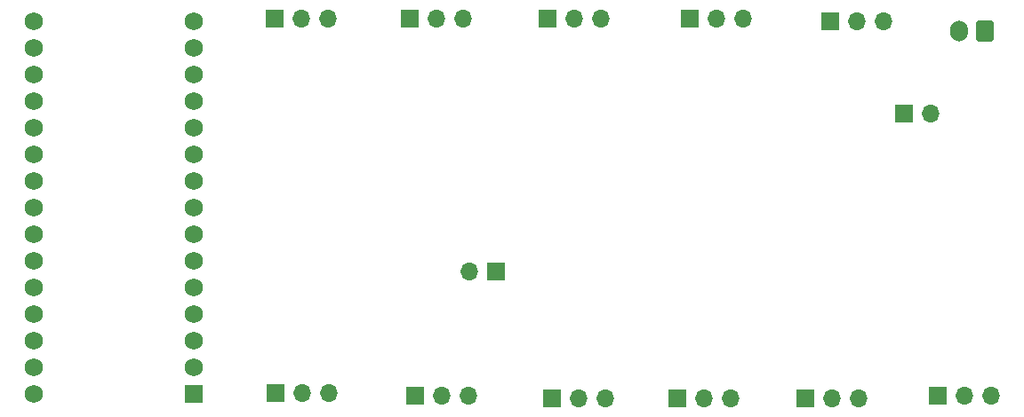
<source format=gbr>
%TF.GenerationSoftware,KiCad,Pcbnew,8.0.7*%
%TF.CreationDate,2024-12-28T13:40:39+03:00*%
%TF.ProjectId,FiveSwitch,46697665-5377-4697-9463-682e6b696361,rev?*%
%TF.SameCoordinates,Original*%
%TF.FileFunction,Soldermask,Bot*%
%TF.FilePolarity,Negative*%
%FSLAX46Y46*%
G04 Gerber Fmt 4.6, Leading zero omitted, Abs format (unit mm)*
G04 Created by KiCad (PCBNEW 8.0.7) date 2024-12-28 13:40:39*
%MOMM*%
%LPD*%
G01*
G04 APERTURE LIST*
G04 Aperture macros list*
%AMRoundRect*
0 Rectangle with rounded corners*
0 $1 Rounding radius*
0 $2 $3 $4 $5 $6 $7 $8 $9 X,Y pos of 4 corners*
0 Add a 4 corners polygon primitive as box body*
4,1,4,$2,$3,$4,$5,$6,$7,$8,$9,$2,$3,0*
0 Add four circle primitives for the rounded corners*
1,1,$1+$1,$2,$3*
1,1,$1+$1,$4,$5*
1,1,$1+$1,$6,$7*
1,1,$1+$1,$8,$9*
0 Add four rect primitives between the rounded corners*
20,1,$1+$1,$2,$3,$4,$5,0*
20,1,$1+$1,$4,$5,$6,$7,0*
20,1,$1+$1,$6,$7,$8,$9,0*
20,1,$1+$1,$8,$9,$2,$3,0*%
G04 Aperture macros list end*
%ADD10R,1.700000X1.700000*%
%ADD11O,1.700000X1.700000*%
%ADD12RoundRect,0.250000X0.600000X0.750000X-0.600000X0.750000X-0.600000X-0.750000X0.600000X-0.750000X0*%
%ADD13O,1.700000X2.000000*%
%ADD14RoundRect,0.102000X0.762000X-0.762000X0.762000X0.762000X-0.762000X0.762000X-0.762000X-0.762000X0*%
%ADD15C,1.728000*%
G04 APERTURE END LIST*
D10*
%TO.C,J11*%
X152210000Y-55725000D03*
D11*
X154750000Y-55725000D03*
X157290000Y-55725000D03*
%TD*%
D10*
%TO.C,J7*%
X164560702Y-91935837D03*
D11*
X167100702Y-91935837D03*
X169640702Y-91935837D03*
%TD*%
D10*
%TO.C,J2*%
X139560702Y-91685837D03*
D11*
X142100702Y-91685837D03*
X144640702Y-91685837D03*
%TD*%
D10*
%TO.C,J10*%
X139120000Y-55725000D03*
D11*
X141660000Y-55725000D03*
X144200000Y-55725000D03*
%TD*%
D10*
%TO.C,J5*%
X186210000Y-64750000D03*
D11*
X188750000Y-64750000D03*
%TD*%
D12*
%TO.C,J4*%
X193887123Y-56883099D03*
D13*
X191387123Y-56883099D03*
%TD*%
D10*
%TO.C,J8*%
X176810702Y-91935837D03*
D11*
X179350702Y-91935837D03*
X181890702Y-91935837D03*
%TD*%
D14*
%TO.C,TB1*%
X118490000Y-91530000D03*
D15*
X118490000Y-88990000D03*
X118490000Y-86450000D03*
X118490000Y-83910000D03*
X118490000Y-81370000D03*
X118490000Y-78830000D03*
X118490000Y-76290000D03*
X118490000Y-73750000D03*
X118490000Y-71210000D03*
X118490000Y-68670000D03*
X118490000Y-66130000D03*
X118490000Y-63590000D03*
X118490000Y-61050000D03*
X118490000Y-58510000D03*
X118490000Y-55970000D03*
X103250000Y-55970000D03*
X103250000Y-58510000D03*
X103250000Y-61050000D03*
X103250000Y-63590000D03*
X103250000Y-66130000D03*
X103250000Y-68670000D03*
X103250000Y-71210000D03*
X103250000Y-73750000D03*
X103250000Y-76290000D03*
X103250000Y-78830000D03*
X103250000Y-81370000D03*
X103250000Y-83910000D03*
X103250000Y-86450000D03*
X103250000Y-88990000D03*
X103250000Y-91530000D03*
%TD*%
D10*
%TO.C,J9*%
X189350702Y-91685837D03*
D11*
X191890702Y-91685837D03*
X194430702Y-91685837D03*
%TD*%
D10*
%TO.C,J6*%
X152640702Y-91935837D03*
D11*
X155180702Y-91935837D03*
X157720702Y-91935837D03*
%TD*%
D10*
%TO.C,J3*%
X126210000Y-55725000D03*
D11*
X128750000Y-55725000D03*
X131290000Y-55725000D03*
%TD*%
D10*
%TO.C,J13*%
X179120000Y-55975000D03*
D11*
X181660000Y-55975000D03*
X184200000Y-55975000D03*
%TD*%
D10*
%TO.C,J14*%
X147275000Y-79850000D03*
D11*
X144735000Y-79850000D03*
%TD*%
D10*
%TO.C,J1*%
X126350702Y-91435837D03*
D11*
X128890702Y-91435837D03*
X131430702Y-91435837D03*
%TD*%
D10*
%TO.C,J12*%
X165725000Y-55725000D03*
D11*
X168265000Y-55725000D03*
X170805000Y-55725000D03*
%TD*%
M02*

</source>
